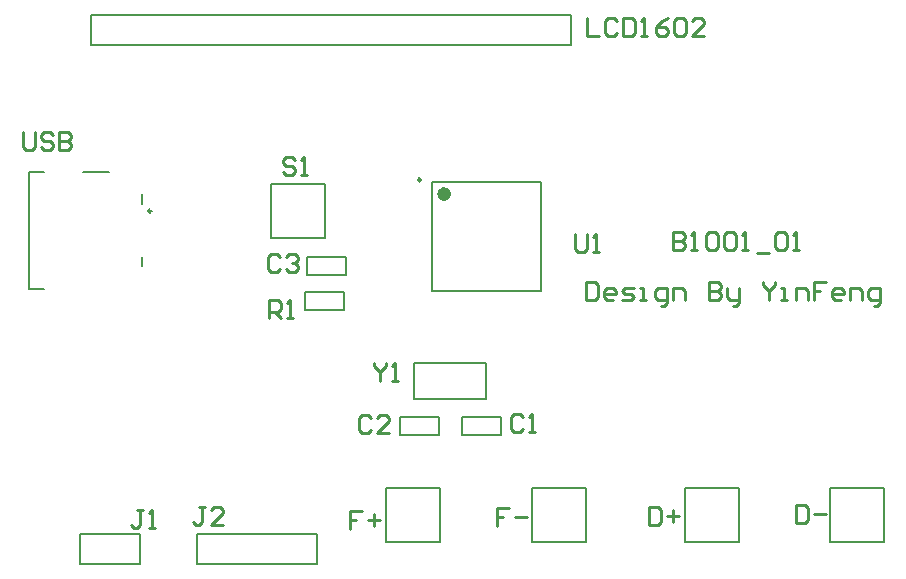
<source format=gto>
G04*
G04 #@! TF.GenerationSoftware,Altium Limited,Altium Designer,19.0.6 (157)*
G04*
G04 Layer_Color=65535*
%FSLAX24Y24*%
%MOIN*%
G70*
G01*
G75*
%ADD10C,0.0236*%
%ADD11C,0.0098*%
%ADD12C,0.0060*%
%ADD13C,0.0079*%
%ADD14C,0.0060*%
%ADD15C,0.0100*%
D10*
X36351Y38667D02*
G03*
X36351Y38667I-118J0D01*
G01*
D11*
X35455Y39140D02*
G03*
X35455Y39140I-49J0D01*
G01*
X26471Y38095D02*
G03*
X26471Y38095I-49J0D01*
G01*
D12*
X49100Y27084D02*
Y28884D01*
X50900D01*
Y27084D02*
Y28884D01*
X49100Y27084D02*
X50900D01*
X44250D02*
X46050D01*
Y28884D01*
X44250D02*
X46050D01*
X44250Y27084D02*
Y28884D01*
X39150Y27084D02*
X40950D01*
Y28884D01*
X39150D02*
X40950D01*
X39150Y27084D02*
Y28884D01*
X34300Y27084D02*
X36100D01*
Y28884D01*
X34300D02*
X36100D01*
X34300Y27084D02*
Y28884D01*
X35222Y31850D02*
X37622D01*
X35222D02*
Y33050D01*
X37622D01*
Y31850D02*
Y33050D01*
X32250Y37215D02*
Y39015D01*
X30450D02*
X32250D01*
X30450Y37215D02*
Y39015D01*
Y37215D02*
X32250D01*
D13*
X24100Y26334D02*
X26100D01*
Y27334D01*
X24100D02*
X26100D01*
X24100Y26334D02*
Y27334D01*
X35839Y35439D02*
X39461D01*
X35839Y39061D02*
X39461D01*
Y35439D02*
Y39061D01*
X35839Y35439D02*
Y39061D01*
X28000Y26334D02*
Y27334D01*
X32000D01*
X28000Y26334D02*
X32000D01*
Y27334D01*
X22386Y35516D02*
X22898D01*
X26166Y36264D02*
Y36579D01*
X22386Y35516D02*
Y39414D01*
X22898D01*
X24197D02*
X25063D01*
X26166Y38351D02*
Y38666D01*
X24450Y43650D02*
Y44650D01*
X25200D01*
X24450Y43650D02*
X40450D01*
X25200Y44650D02*
X40450D01*
Y43650D02*
Y44650D01*
D14*
X38140Y30650D02*
Y31250D01*
X36840D02*
X38140D01*
X36840Y30650D02*
X38140D01*
X36840D02*
Y31250D01*
X34750Y30650D02*
Y31250D01*
Y30650D02*
X36050D01*
X34750Y31250D02*
X36050D01*
Y30650D02*
Y31250D01*
X32974Y35983D02*
Y36583D01*
X31674D02*
X32974D01*
X31674Y35983D02*
X32974D01*
X31674D02*
Y36583D01*
X31606Y34815D02*
Y35415D01*
Y34815D02*
X32906D01*
X31606Y35415D02*
X32906D01*
Y34815D02*
Y35415D01*
D15*
X40950Y35750D02*
Y35150D01*
X41250D01*
X41350Y35250D01*
Y35650D01*
X41250Y35750D01*
X40950D01*
X41850Y35150D02*
X41650D01*
X41550Y35250D01*
Y35450D01*
X41650Y35550D01*
X41850D01*
X41950Y35450D01*
Y35350D01*
X41550D01*
X42150Y35150D02*
X42450D01*
X42549Y35250D01*
X42450Y35350D01*
X42250D01*
X42150Y35450D01*
X42250Y35550D01*
X42549D01*
X42749Y35150D02*
X42949D01*
X42849D01*
Y35550D01*
X42749D01*
X43449Y34950D02*
X43549D01*
X43649Y35050D01*
Y35550D01*
X43349D01*
X43249Y35450D01*
Y35250D01*
X43349Y35150D01*
X43649D01*
X43849D02*
Y35550D01*
X44149D01*
X44249Y35450D01*
Y35150D01*
X45049Y35750D02*
Y35150D01*
X45349D01*
X45449Y35250D01*
Y35350D01*
X45349Y35450D01*
X45049D01*
X45349D01*
X45449Y35550D01*
Y35650D01*
X45349Y35750D01*
X45049D01*
X45648Y35550D02*
Y35250D01*
X45748Y35150D01*
X46048D01*
Y35050D01*
X45948Y34950D01*
X45848D01*
X46048Y35150D02*
Y35550D01*
X46848Y35750D02*
Y35650D01*
X47048Y35450D01*
X47248Y35650D01*
Y35750D01*
X47048Y35450D02*
Y35150D01*
X47448D02*
X47648D01*
X47548D01*
Y35550D01*
X47448D01*
X47948Y35150D02*
Y35550D01*
X48248D01*
X48348Y35450D01*
Y35150D01*
X48947Y35750D02*
X48548D01*
Y35450D01*
X48747D01*
X48548D01*
Y35150D01*
X49447D02*
X49247D01*
X49147Y35250D01*
Y35450D01*
X49247Y35550D01*
X49447D01*
X49547Y35450D01*
Y35350D01*
X49147D01*
X49747Y35150D02*
Y35550D01*
X50047D01*
X50147Y35450D01*
Y35150D01*
X50547Y34950D02*
X50647D01*
X50747Y35050D01*
Y35550D01*
X50447D01*
X50347Y35450D01*
Y35250D01*
X50447Y35150D01*
X50747D01*
X43850Y37400D02*
Y36800D01*
X44150D01*
X44250Y36900D01*
Y37000D01*
X44150Y37100D01*
X43850D01*
X44150D01*
X44250Y37200D01*
Y37300D01*
X44150Y37400D01*
X43850D01*
X44450Y36800D02*
X44650D01*
X44550D01*
Y37400D01*
X44450Y37300D01*
X44950D02*
X45050Y37400D01*
X45250D01*
X45350Y37300D01*
Y36900D01*
X45250Y36800D01*
X45050D01*
X44950Y36900D01*
Y37300D01*
X45549D02*
X45649Y37400D01*
X45849D01*
X45949Y37300D01*
Y36900D01*
X45849Y36800D01*
X45649D01*
X45549Y36900D01*
Y37300D01*
X46149Y36800D02*
X46349D01*
X46249D01*
Y37400D01*
X46149Y37300D01*
X46649Y36700D02*
X47049D01*
X47249Y37300D02*
X47349Y37400D01*
X47549D01*
X47649Y37300D01*
Y36900D01*
X47549Y36800D01*
X47349D01*
X47249Y36900D01*
Y37300D01*
X47849Y36800D02*
X48049D01*
X47949D01*
Y37400D01*
X47849Y37300D01*
X33900Y33050D02*
Y32950D01*
X34100Y32750D01*
X34300Y32950D01*
Y33050D01*
X34100Y32750D02*
Y32450D01*
X34500D02*
X34700D01*
X34600D01*
Y33050D01*
X34500Y32950D01*
X22200Y40750D02*
Y40250D01*
X22300Y40150D01*
X22500D01*
X22600Y40250D01*
Y40750D01*
X23200Y40650D02*
X23100Y40750D01*
X22900D01*
X22800Y40650D01*
Y40550D01*
X22900Y40450D01*
X23100D01*
X23200Y40350D01*
Y40250D01*
X23100Y40150D01*
X22900D01*
X22800Y40250D01*
X23400Y40750D02*
Y40150D01*
X23700D01*
X23799Y40250D01*
Y40350D01*
X23700Y40450D01*
X23400D01*
X23700D01*
X23799Y40550D01*
Y40650D01*
X23700Y40750D01*
X23400D01*
X40600Y37350D02*
Y36850D01*
X40700Y36750D01*
X40900D01*
X41000Y36850D01*
Y37350D01*
X41200Y36750D02*
X41400D01*
X41300D01*
Y37350D01*
X41200Y37250D01*
X31250Y39815D02*
X31150Y39915D01*
X30950D01*
X30850Y39815D01*
Y39715D01*
X30950Y39615D01*
X31150D01*
X31250Y39515D01*
Y39415D01*
X31150Y39315D01*
X30950D01*
X30850Y39415D01*
X31450Y39315D02*
X31650D01*
X31550D01*
Y39915D01*
X31450Y39815D01*
X30400Y34550D02*
Y35150D01*
X30700D01*
X30800Y35050D01*
Y34850D01*
X30700Y34750D01*
X30400D01*
X30600D02*
X30800Y34550D01*
X31000D02*
X31200D01*
X31100D01*
Y35150D01*
X31000Y35050D01*
X41000Y44550D02*
Y43950D01*
X41400D01*
X42000Y44450D02*
X41900Y44550D01*
X41700D01*
X41600Y44450D01*
Y44050D01*
X41700Y43950D01*
X41900D01*
X42000Y44050D01*
X42200Y44550D02*
Y43950D01*
X42500D01*
X42599Y44050D01*
Y44450D01*
X42500Y44550D01*
X42200D01*
X42799Y43950D02*
X42999D01*
X42899D01*
Y44550D01*
X42799Y44450D01*
X43699Y44550D02*
X43499Y44450D01*
X43299Y44250D01*
Y44050D01*
X43399Y43950D01*
X43599D01*
X43699Y44050D01*
Y44150D01*
X43599Y44250D01*
X43299D01*
X43899Y44450D02*
X43999Y44550D01*
X44199D01*
X44299Y44450D01*
Y44050D01*
X44199Y43950D01*
X43999D01*
X43899Y44050D01*
Y44450D01*
X44899Y43950D02*
X44499D01*
X44899Y44350D01*
Y44450D01*
X44799Y44550D01*
X44599D01*
X44499Y44450D01*
X28250Y28250D02*
X28050D01*
X28150D01*
Y27750D01*
X28050Y27650D01*
X27950D01*
X27850Y27750D01*
X28850Y27650D02*
X28450D01*
X28850Y28050D01*
Y28150D01*
X28750Y28250D01*
X28550D01*
X28450Y28150D01*
X26200Y28150D02*
X26000D01*
X26100D01*
Y27650D01*
X26000Y27550D01*
X25900D01*
X25800Y27650D01*
X26400Y27550D02*
X26600D01*
X26500D01*
Y28150D01*
X26400Y28050D01*
X38400Y28200D02*
X38000D01*
Y27900D01*
X38200D01*
X38000D01*
Y27600D01*
X38600Y27900D02*
X39000D01*
X33500Y28100D02*
X33100D01*
Y27800D01*
X33300D01*
X33100D01*
Y27500D01*
X33700Y27800D02*
X34100D01*
X33900Y28000D02*
Y27600D01*
X47950Y28300D02*
Y27700D01*
X48250D01*
X48350Y27800D01*
Y28200D01*
X48250Y28300D01*
X47950D01*
X48550Y28000D02*
X48950D01*
X43050Y28250D02*
Y27650D01*
X43350D01*
X43450Y27750D01*
Y28150D01*
X43350Y28250D01*
X43050D01*
X43650Y27950D02*
X44050D01*
X43850Y28150D02*
Y27750D01*
X30768Y36568D02*
X30668Y36668D01*
X30468D01*
X30368Y36568D01*
Y36168D01*
X30468Y36068D01*
X30668D01*
X30768Y36168D01*
X30968Y36568D02*
X31068Y36668D01*
X31268D01*
X31368Y36568D01*
Y36468D01*
X31268Y36368D01*
X31168D01*
X31268D01*
X31368Y36268D01*
Y36168D01*
X31268Y36068D01*
X31068D01*
X30968Y36168D01*
X33800Y31200D02*
X33700Y31300D01*
X33500D01*
X33400Y31200D01*
Y30800D01*
X33500Y30700D01*
X33700D01*
X33800Y30800D01*
X34400Y30700D02*
X34000D01*
X34400Y31100D01*
Y31200D01*
X34300Y31300D01*
X34100D01*
X34000Y31200D01*
X38850Y31250D02*
X38750Y31350D01*
X38550D01*
X38450Y31250D01*
Y30850D01*
X38550Y30750D01*
X38750D01*
X38850Y30850D01*
X39050Y30750D02*
X39250D01*
X39150D01*
Y31350D01*
X39050Y31250D01*
M02*

</source>
